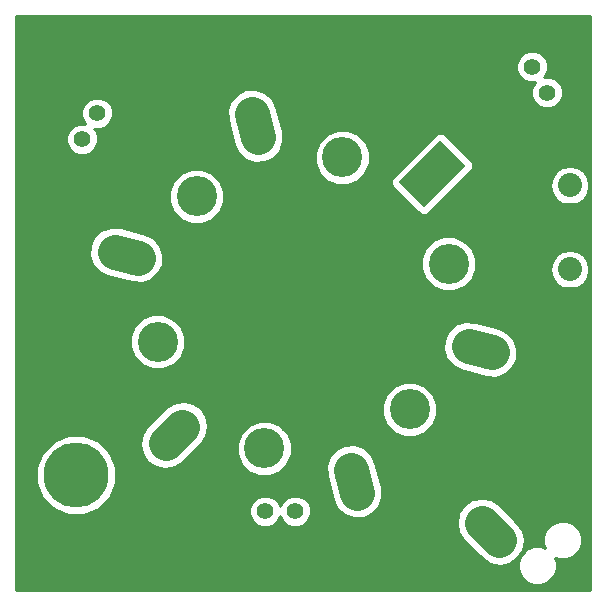
<source format=gbl>
%FSLAX46Y46*%
G04 Gerber Fmt 4.6, Leading zero omitted, Abs format (unit mm)*
G04 Created by KiCad (PCBNEW (2014-jan-25)-product) date Mon 28 Jul 2014 16:56:47 BST*
%MOMM*%
G01*
G04 APERTURE LIST*
%ADD10C,0.100000*%
%ADD11R,3.000000X2.200000*%
%ADD12C,0.400000*%
%ADD13R,2.200000X3.000000*%
%ADD14C,3.000000*%
%ADD15C,3.400000*%
%ADD16C,1.397000*%
%ADD17R,1.397000X1.397000*%
%ADD18C,5.500000*%
%ADD19C,4.500000*%
%ADD20R,2.032000X2.032000*%
%ADD21O,2.032000X2.032000*%
%ADD22C,1.260000*%
%ADD23C,0.500000*%
%ADD24C,0.254000*%
G04 APERTURE END LIST*
D10*
D11*
X113030000Y-108458000D03*
D12*
X114230000Y-109258000D03*
X114230000Y-108458000D03*
X114230000Y-107658000D03*
X113430000Y-107658000D03*
X113430000Y-108458000D03*
X113430000Y-109258000D03*
X112630000Y-109258000D03*
X112630000Y-108458000D03*
X112630000Y-107658000D03*
X111830000Y-107658000D03*
X111830000Y-108458000D03*
X111830000Y-109258000D03*
D13*
X128778000Y-107442000D03*
D12*
X129578000Y-106242000D03*
X128778000Y-106242000D03*
X127978000Y-106242000D03*
X127978000Y-107042000D03*
X128778000Y-107042000D03*
X129578000Y-107042000D03*
X129578000Y-107842000D03*
X128778000Y-107842000D03*
X127978000Y-107842000D03*
X127978000Y-108642000D03*
X128778000Y-108642000D03*
X129578000Y-108642000D03*
D13*
X121666000Y-146558000D03*
D12*
X122466000Y-145358000D03*
X121666000Y-145358000D03*
X120866000Y-145358000D03*
X120866000Y-146158000D03*
X121666000Y-146158000D03*
X122466000Y-146158000D03*
X122466000Y-146958000D03*
X121666000Y-146958000D03*
X120866000Y-146958000D03*
X120866000Y-147758000D03*
X121666000Y-147758000D03*
X122466000Y-147758000D03*
D10*
G36*
X133093573Y-114785107D02*
X136629107Y-111249573D01*
X138750427Y-113370893D01*
X135214893Y-116906427D01*
X133093573Y-114785107D01*
X133093573Y-114785107D01*
G37*
D14*
X120677181Y-109048074D02*
X121194819Y-110979926D01*
X109048074Y-120677181D02*
X110979926Y-121194819D01*
X114785107Y-135468893D02*
X113370893Y-136883107D01*
X129059181Y-139147074D02*
X129576819Y-141078926D01*
X139020074Y-128678181D02*
X140951926Y-129195819D01*
D15*
X128302000Y-112681000D03*
X137319000Y-121698000D03*
X134017000Y-134017000D03*
X121698000Y-137319000D03*
X112681000Y-128302000D03*
X115983000Y-115983000D03*
D10*
G36*
X105275669Y-114301874D02*
X104065831Y-113603374D01*
X104764331Y-112393536D01*
X105974169Y-113092036D01*
X105275669Y-114301874D01*
X105275669Y-114301874D01*
G37*
D16*
X106290000Y-111148000D03*
X107560000Y-108948295D03*
D10*
G36*
X142165831Y-102544626D02*
X143375669Y-101846126D01*
X144074169Y-103055964D01*
X142864331Y-103754464D01*
X142165831Y-102544626D01*
X142165831Y-102544626D01*
G37*
D16*
X144390000Y-105000000D03*
X145660000Y-107199705D03*
D17*
X119244000Y-142644000D03*
D16*
X121784000Y-142644000D03*
X124324000Y-142644000D03*
D18*
X105791000Y-139595860D03*
D19*
X105791000Y-145595340D03*
X110490000Y-142595600D03*
D20*
X147574000Y-124714000D03*
D21*
X147574000Y-122174000D03*
D20*
X147574000Y-117602000D03*
D21*
X147574000Y-115062000D03*
D10*
G36*
X143313537Y-138392929D02*
X146849071Y-141928463D01*
X144727751Y-144049783D01*
X141192217Y-140514249D01*
X143313537Y-138392929D01*
X143313537Y-138392929D01*
G37*
D14*
X141584661Y-145071553D02*
X140170447Y-143657339D01*
D22*
X147500000Y-132500000D03*
X130000000Y-102500000D03*
X125000000Y-102500000D03*
X120000000Y-102500000D03*
X107500000Y-102500000D03*
X102500000Y-102500000D03*
X102500000Y-120000000D03*
X102500000Y-130000000D03*
X124587000Y-111760000D03*
X120000000Y-117500000D03*
X115000000Y-122500000D03*
X135000000Y-147500000D03*
X140000000Y-132500000D03*
X120000000Y-127500000D03*
X130000000Y-132500000D03*
X125000000Y-132500000D03*
X127500000Y-117500000D03*
X132500000Y-120000000D03*
X132500000Y-125000000D03*
X125000000Y-122500000D03*
X140000000Y-117500000D03*
X140000000Y-110000000D03*
X128905000Y-145542000D03*
X117856000Y-112903000D03*
X135890000Y-106426000D03*
X110490000Y-111760000D03*
D23*
X144020644Y-141221356D02*
X144020644Y-140979356D01*
X144020644Y-140979356D02*
X147500000Y-137500000D01*
X147500000Y-137500000D02*
X147500000Y-132500000D01*
X105020000Y-113347705D02*
X103347705Y-113347705D01*
X125000000Y-102500000D02*
X130000000Y-102500000D01*
X107500000Y-102500000D02*
X120000000Y-102500000D01*
X102500000Y-112500000D02*
X102500000Y-102500000D01*
X103347705Y-113347705D02*
X102500000Y-112500000D01*
X112500000Y-125000000D02*
X107500000Y-125000000D01*
X107500000Y-125000000D02*
X102500000Y-120000000D01*
X115000000Y-122500000D02*
X120000000Y-117500000D01*
X115000000Y-122500000D02*
X112500000Y-125000000D01*
X130000000Y-132500000D02*
X132500000Y-130000000D01*
X132500000Y-145000000D02*
X132500000Y-137500000D01*
X132500000Y-137500000D02*
X130000000Y-135000000D01*
X130000000Y-135000000D02*
X130000000Y-132500000D01*
X124058000Y-146558000D02*
X121666000Y-146558000D01*
X125000000Y-147500000D02*
X135000000Y-147500000D01*
X124058000Y-146558000D02*
X125000000Y-147500000D01*
X135000000Y-147500000D02*
X132500000Y-145000000D01*
X140000000Y-132500000D02*
X137500000Y-132500000D01*
X135000000Y-130000000D02*
X137500000Y-132500000D01*
X132500000Y-130000000D02*
X135000000Y-130000000D01*
X120000000Y-127500000D02*
X125000000Y-132500000D01*
X127500000Y-117500000D02*
X130000000Y-120000000D01*
X130000000Y-120000000D02*
X132500000Y-120000000D01*
X132500000Y-125000000D02*
X130000000Y-122500000D01*
X130000000Y-122500000D02*
X125000000Y-122500000D01*
X140000000Y-117500000D02*
X140000000Y-110000000D01*
D24*
G36*
X149315000Y-149315000D02*
X149225000Y-149315000D01*
X149225000Y-122206345D01*
X149225000Y-122141655D01*
X149225000Y-115094345D01*
X149225000Y-115029655D01*
X149099325Y-114397845D01*
X148741433Y-113862222D01*
X148205810Y-113504330D01*
X147574000Y-113378655D01*
X146993731Y-113494077D01*
X146993731Y-106935619D01*
X146791146Y-106445325D01*
X146416353Y-106069878D01*
X145926413Y-105866437D01*
X145410002Y-105865986D01*
X145519827Y-105756353D01*
X145723268Y-105266413D01*
X145723731Y-104735914D01*
X145521146Y-104245620D01*
X145146353Y-103870173D01*
X144656413Y-103666732D01*
X144125914Y-103666269D01*
X143635620Y-103868854D01*
X143260173Y-104243647D01*
X143056732Y-104733587D01*
X143056269Y-105264086D01*
X143258854Y-105754380D01*
X143633647Y-106129827D01*
X144123587Y-106333268D01*
X144639997Y-106333718D01*
X144530173Y-106443352D01*
X144326732Y-106933292D01*
X144326269Y-107463791D01*
X144528854Y-107954085D01*
X144903647Y-108329532D01*
X145393587Y-108532973D01*
X145924086Y-108533436D01*
X146414380Y-108330851D01*
X146789827Y-107956058D01*
X146993268Y-107466118D01*
X146993731Y-106935619D01*
X146993731Y-113494077D01*
X146942190Y-113504330D01*
X146406567Y-113862222D01*
X146048675Y-114397845D01*
X145923000Y-115029655D01*
X145923000Y-115094345D01*
X146048675Y-115726155D01*
X146406567Y-116261778D01*
X146942190Y-116619670D01*
X147574000Y-116745345D01*
X148205810Y-116619670D01*
X148741433Y-116261778D01*
X149099325Y-115726155D01*
X149225000Y-115094345D01*
X149225000Y-122141655D01*
X149099325Y-121509845D01*
X148741433Y-120974222D01*
X148205810Y-120616330D01*
X147574000Y-120490655D01*
X146942190Y-120616330D01*
X146406567Y-120974222D01*
X146048675Y-121509845D01*
X145923000Y-122141655D01*
X145923000Y-122206345D01*
X146048675Y-122838155D01*
X146406567Y-123373778D01*
X146942190Y-123731670D01*
X147574000Y-123857345D01*
X148205810Y-123731670D01*
X148741433Y-123373778D01*
X149099325Y-122838155D01*
X149225000Y-122206345D01*
X149225000Y-149315000D01*
X148619412Y-149315000D01*
X148619412Y-144759072D01*
X148371022Y-144157924D01*
X147911491Y-143697589D01*
X147310776Y-143448151D01*
X146660333Y-143447583D01*
X146059185Y-143695973D01*
X145598850Y-144155504D01*
X145349412Y-144756219D01*
X145348844Y-145406662D01*
X145487016Y-145741062D01*
X145155515Y-145603412D01*
X144505072Y-145602844D01*
X143903924Y-145851234D01*
X143763090Y-145991822D01*
X143763090Y-145114982D01*
X143600573Y-144297952D01*
X143137763Y-143605309D01*
X143127986Y-143595532D01*
X143127986Y-128933041D01*
X142860215Y-128144215D01*
X142310957Y-127517905D01*
X141563830Y-127149463D01*
X139654404Y-126637834D01*
X139654404Y-121235578D01*
X139385427Y-120584602D01*
X139385427Y-113497203D01*
X139385427Y-113244584D01*
X139288755Y-113011195D01*
X139110126Y-112832566D01*
X136988806Y-110711246D01*
X136755417Y-110614573D01*
X136502798Y-110614573D01*
X136269409Y-110711245D01*
X136090780Y-110889874D01*
X132555246Y-114425408D01*
X132458573Y-114658797D01*
X132458573Y-114911416D01*
X132555245Y-115144805D01*
X132733874Y-115323434D01*
X134855194Y-117444754D01*
X135088583Y-117541427D01*
X135341202Y-117541427D01*
X135574591Y-117444755D01*
X135753220Y-117266126D01*
X139288754Y-113730592D01*
X139385427Y-113497203D01*
X139385427Y-120584602D01*
X139299671Y-120377057D01*
X138643398Y-119719638D01*
X137785498Y-119363407D01*
X136856578Y-119362596D01*
X135998057Y-119717329D01*
X135340638Y-120373602D01*
X134984407Y-121231502D01*
X134983596Y-122160422D01*
X135338329Y-123018943D01*
X135994602Y-123676362D01*
X136852502Y-124032593D01*
X137781422Y-124033404D01*
X138639943Y-123678671D01*
X139297362Y-123022398D01*
X139653593Y-122164498D01*
X139654404Y-121235578D01*
X139654404Y-126637834D01*
X139513327Y-126600033D01*
X138682075Y-126545550D01*
X137893249Y-126813321D01*
X137266939Y-127362580D01*
X136898497Y-128109707D01*
X136844014Y-128940959D01*
X137111785Y-129729785D01*
X137661044Y-130356095D01*
X138408171Y-130724537D01*
X140458673Y-131273967D01*
X141289925Y-131328450D01*
X142078752Y-131060679D01*
X142705061Y-130511420D01*
X143073503Y-129764293D01*
X143127986Y-128933041D01*
X143127986Y-143595532D01*
X141636691Y-142104237D01*
X140944047Y-141641427D01*
X140127018Y-141478910D01*
X139309989Y-141641427D01*
X138617345Y-142104237D01*
X138154535Y-142796881D01*
X137992018Y-143613910D01*
X138154535Y-144430939D01*
X138617345Y-145123583D01*
X140118417Y-146624655D01*
X140811060Y-147087465D01*
X141628090Y-147249982D01*
X142445119Y-147087465D01*
X143137763Y-146624655D01*
X143600573Y-145932011D01*
X143763090Y-145114982D01*
X143763090Y-145991822D01*
X143443589Y-146310765D01*
X143194151Y-146911480D01*
X143193583Y-147561923D01*
X143441973Y-148163071D01*
X143901504Y-148623406D01*
X144502219Y-148872844D01*
X145152662Y-148873412D01*
X145753810Y-148625022D01*
X146214145Y-148165491D01*
X146463583Y-147564776D01*
X146464151Y-146914333D01*
X146325978Y-146579932D01*
X146657480Y-146717583D01*
X147307923Y-146718151D01*
X147909071Y-146469761D01*
X148369406Y-146010230D01*
X148618844Y-145409515D01*
X148619412Y-144759072D01*
X148619412Y-149315000D01*
X136352404Y-149315000D01*
X136352404Y-133554578D01*
X135997671Y-132696057D01*
X135341398Y-132038638D01*
X134483498Y-131682407D01*
X133554578Y-131681596D01*
X132696057Y-132036329D01*
X132038638Y-132692602D01*
X131682407Y-133550502D01*
X131681596Y-134479422D01*
X132036329Y-135337943D01*
X132692602Y-135995362D01*
X133550502Y-136351593D01*
X134479422Y-136352404D01*
X135337943Y-135997671D01*
X135995362Y-135341398D01*
X136351593Y-134483498D01*
X136352404Y-133554578D01*
X136352404Y-149315000D01*
X131709450Y-149315000D01*
X131709450Y-141416925D01*
X131654967Y-140585673D01*
X131105537Y-138535171D01*
X130737095Y-137788044D01*
X130637404Y-137700617D01*
X130637404Y-112218578D01*
X130282671Y-111360057D01*
X129626398Y-110702638D01*
X128768498Y-110346407D01*
X127839578Y-110345596D01*
X126981057Y-110700329D01*
X126323638Y-111356602D01*
X125967407Y-112214502D01*
X125966596Y-113143422D01*
X126321329Y-114001943D01*
X126977602Y-114659362D01*
X127835502Y-115015593D01*
X128764422Y-115016404D01*
X129622943Y-114661671D01*
X130280362Y-114005398D01*
X130636593Y-113147498D01*
X130637404Y-112218578D01*
X130637404Y-137700617D01*
X130110785Y-137238785D01*
X129321959Y-136971014D01*
X128490707Y-137025497D01*
X127743580Y-137393939D01*
X127194321Y-138020249D01*
X126926550Y-138809075D01*
X126981033Y-139640327D01*
X127530463Y-141690830D01*
X127898905Y-142437957D01*
X128525215Y-142987215D01*
X129314041Y-143254986D01*
X130145293Y-143200503D01*
X130892420Y-142832061D01*
X131441679Y-142205752D01*
X131709450Y-141416925D01*
X131709450Y-149315000D01*
X125657731Y-149315000D01*
X125657731Y-142379914D01*
X125455146Y-141889620D01*
X125080353Y-141514173D01*
X124590413Y-141310732D01*
X124059914Y-141310269D01*
X124033404Y-141321222D01*
X124033404Y-136856578D01*
X123678671Y-135998057D01*
X123327450Y-135646222D01*
X123327450Y-111317925D01*
X123272967Y-110486673D01*
X122723537Y-108436171D01*
X122355095Y-107689044D01*
X121728785Y-107139785D01*
X120939959Y-106872014D01*
X120108707Y-106926497D01*
X119361580Y-107294939D01*
X118812321Y-107921249D01*
X118544550Y-108710075D01*
X118599033Y-109541327D01*
X119148463Y-111591830D01*
X119516905Y-112338957D01*
X120143215Y-112888215D01*
X120932041Y-113155986D01*
X121763293Y-113101503D01*
X122510420Y-112733061D01*
X123059679Y-112106752D01*
X123327450Y-111317925D01*
X123327450Y-135646222D01*
X123022398Y-135340638D01*
X122164498Y-134984407D01*
X121235578Y-134983596D01*
X120377057Y-135338329D01*
X119719638Y-135994602D01*
X119363407Y-136852502D01*
X119362596Y-137781422D01*
X119717329Y-138639943D01*
X120373602Y-139297362D01*
X121231502Y-139653593D01*
X122160422Y-139654404D01*
X123018943Y-139299671D01*
X123676362Y-138643398D01*
X124032593Y-137785498D01*
X124033404Y-136856578D01*
X124033404Y-141321222D01*
X123569620Y-141512854D01*
X123194173Y-141887647D01*
X123053906Y-142225446D01*
X122915146Y-141889620D01*
X122540353Y-141514173D01*
X122050413Y-141310732D01*
X121519914Y-141310269D01*
X121029620Y-141512854D01*
X120654173Y-141887647D01*
X120450732Y-142377587D01*
X120450269Y-142908086D01*
X120652854Y-143398380D01*
X121027647Y-143773827D01*
X121517587Y-143977268D01*
X122048086Y-143977731D01*
X122538380Y-143775146D01*
X122913827Y-143400353D01*
X123054093Y-143062553D01*
X123192854Y-143398380D01*
X123567647Y-143773827D01*
X124057587Y-143977268D01*
X124588086Y-143977731D01*
X125078380Y-143775146D01*
X125453827Y-143400353D01*
X125657268Y-142910413D01*
X125657731Y-142379914D01*
X125657731Y-149315000D01*
X118318404Y-149315000D01*
X118318404Y-115520578D01*
X117963671Y-114662057D01*
X117307398Y-114004638D01*
X116449498Y-113648407D01*
X115520578Y-113647596D01*
X114662057Y-114002329D01*
X114004638Y-114658602D01*
X113648407Y-115516502D01*
X113647596Y-116445422D01*
X114002329Y-117303943D01*
X114658602Y-117961362D01*
X115516502Y-118317593D01*
X116445422Y-118318404D01*
X117303943Y-117963671D01*
X117961362Y-117307398D01*
X118317593Y-116449498D01*
X118318404Y-115520578D01*
X118318404Y-149315000D01*
X116963536Y-149315000D01*
X116963536Y-135425464D01*
X116801019Y-134608435D01*
X116338209Y-133915791D01*
X115645565Y-133452981D01*
X115016404Y-133327833D01*
X115016404Y-127839578D01*
X114661671Y-126981057D01*
X114005398Y-126323638D01*
X113155986Y-125970931D01*
X113155986Y-120932041D01*
X112888215Y-120143215D01*
X112338957Y-119516905D01*
X111591830Y-119148463D01*
X109541327Y-118599033D01*
X108893731Y-118556587D01*
X108893731Y-108684209D01*
X108691146Y-108193915D01*
X108316353Y-107818468D01*
X107826413Y-107615027D01*
X107295914Y-107614564D01*
X106805620Y-107817149D01*
X106430173Y-108191942D01*
X106226732Y-108681882D01*
X106226269Y-109212381D01*
X106428854Y-109702675D01*
X106540702Y-109814718D01*
X106025914Y-109814269D01*
X105535620Y-110016854D01*
X105160173Y-110391647D01*
X104956732Y-110881587D01*
X104956269Y-111412086D01*
X105158854Y-111902380D01*
X105533647Y-112277827D01*
X106023587Y-112481268D01*
X106554086Y-112481731D01*
X107044380Y-112279146D01*
X107419827Y-111904353D01*
X107623268Y-111414413D01*
X107623731Y-110883914D01*
X107421146Y-110393620D01*
X107309297Y-110281576D01*
X107824086Y-110282026D01*
X108314380Y-110079441D01*
X108689827Y-109704648D01*
X108893268Y-109214708D01*
X108893731Y-108684209D01*
X108893731Y-118556587D01*
X108710075Y-118544550D01*
X107921249Y-118812321D01*
X107294939Y-119361580D01*
X106926497Y-120108707D01*
X106872014Y-120939959D01*
X107139785Y-121728785D01*
X107689044Y-122355095D01*
X108436171Y-122723537D01*
X110486673Y-123272967D01*
X111317925Y-123327450D01*
X112106752Y-123059679D01*
X112733061Y-122510420D01*
X113101503Y-121763293D01*
X113155986Y-120932041D01*
X113155986Y-125970931D01*
X113147498Y-125967407D01*
X112218578Y-125966596D01*
X111360057Y-126321329D01*
X110702638Y-126977602D01*
X110346407Y-127835502D01*
X110345596Y-128764422D01*
X110700329Y-129622943D01*
X111356602Y-130280362D01*
X112214502Y-130636593D01*
X113143422Y-130637404D01*
X114001943Y-130282671D01*
X114659362Y-129626398D01*
X115015593Y-128768498D01*
X115016404Y-127839578D01*
X115016404Y-133327833D01*
X114828536Y-133290464D01*
X114011506Y-133452981D01*
X113318863Y-133915791D01*
X111817791Y-135416863D01*
X111354981Y-136109507D01*
X111192464Y-136926536D01*
X111354981Y-137743565D01*
X111817791Y-138436209D01*
X112510435Y-138899019D01*
X113327464Y-139061536D01*
X114144493Y-138899019D01*
X114837137Y-138436209D01*
X116338209Y-136935137D01*
X116801019Y-136242494D01*
X116963536Y-135425464D01*
X116963536Y-149315000D01*
X109176586Y-149315000D01*
X109176586Y-138925496D01*
X108662337Y-137680917D01*
X107710952Y-136727870D01*
X106467272Y-136211449D01*
X105120636Y-136210274D01*
X103876057Y-136724523D01*
X102923010Y-137675908D01*
X102406589Y-138919588D01*
X102405414Y-140266224D01*
X102919663Y-141510803D01*
X103871048Y-142463850D01*
X105114728Y-142980271D01*
X106461364Y-142981446D01*
X107705943Y-142467197D01*
X108658990Y-141515812D01*
X109175411Y-140272132D01*
X109176586Y-138925496D01*
X109176586Y-149315000D01*
X100685000Y-149315000D01*
X100685000Y-100685000D01*
X149315000Y-100685000D01*
X149315000Y-149315000D01*
X149315000Y-149315000D01*
G37*
X149315000Y-149315000D02*
X149225000Y-149315000D01*
X149225000Y-122206345D01*
X149225000Y-122141655D01*
X149225000Y-115094345D01*
X149225000Y-115029655D01*
X149099325Y-114397845D01*
X148741433Y-113862222D01*
X148205810Y-113504330D01*
X147574000Y-113378655D01*
X146993731Y-113494077D01*
X146993731Y-106935619D01*
X146791146Y-106445325D01*
X146416353Y-106069878D01*
X145926413Y-105866437D01*
X145410002Y-105865986D01*
X145519827Y-105756353D01*
X145723268Y-105266413D01*
X145723731Y-104735914D01*
X145521146Y-104245620D01*
X145146353Y-103870173D01*
X144656413Y-103666732D01*
X144125914Y-103666269D01*
X143635620Y-103868854D01*
X143260173Y-104243647D01*
X143056732Y-104733587D01*
X143056269Y-105264086D01*
X143258854Y-105754380D01*
X143633647Y-106129827D01*
X144123587Y-106333268D01*
X144639997Y-106333718D01*
X144530173Y-106443352D01*
X144326732Y-106933292D01*
X144326269Y-107463791D01*
X144528854Y-107954085D01*
X144903647Y-108329532D01*
X145393587Y-108532973D01*
X145924086Y-108533436D01*
X146414380Y-108330851D01*
X146789827Y-107956058D01*
X146993268Y-107466118D01*
X146993731Y-106935619D01*
X146993731Y-113494077D01*
X146942190Y-113504330D01*
X146406567Y-113862222D01*
X146048675Y-114397845D01*
X145923000Y-115029655D01*
X145923000Y-115094345D01*
X146048675Y-115726155D01*
X146406567Y-116261778D01*
X146942190Y-116619670D01*
X147574000Y-116745345D01*
X148205810Y-116619670D01*
X148741433Y-116261778D01*
X149099325Y-115726155D01*
X149225000Y-115094345D01*
X149225000Y-122141655D01*
X149099325Y-121509845D01*
X148741433Y-120974222D01*
X148205810Y-120616330D01*
X147574000Y-120490655D01*
X146942190Y-120616330D01*
X146406567Y-120974222D01*
X146048675Y-121509845D01*
X145923000Y-122141655D01*
X145923000Y-122206345D01*
X146048675Y-122838155D01*
X146406567Y-123373778D01*
X146942190Y-123731670D01*
X147574000Y-123857345D01*
X148205810Y-123731670D01*
X148741433Y-123373778D01*
X149099325Y-122838155D01*
X149225000Y-122206345D01*
X149225000Y-149315000D01*
X148619412Y-149315000D01*
X148619412Y-144759072D01*
X148371022Y-144157924D01*
X147911491Y-143697589D01*
X147310776Y-143448151D01*
X146660333Y-143447583D01*
X146059185Y-143695973D01*
X145598850Y-144155504D01*
X145349412Y-144756219D01*
X145348844Y-145406662D01*
X145487016Y-145741062D01*
X145155515Y-145603412D01*
X144505072Y-145602844D01*
X143903924Y-145851234D01*
X143763090Y-145991822D01*
X143763090Y-145114982D01*
X143600573Y-144297952D01*
X143137763Y-143605309D01*
X143127986Y-143595532D01*
X143127986Y-128933041D01*
X142860215Y-128144215D01*
X142310957Y-127517905D01*
X141563830Y-127149463D01*
X139654404Y-126637834D01*
X139654404Y-121235578D01*
X139385427Y-120584602D01*
X139385427Y-113497203D01*
X139385427Y-113244584D01*
X139288755Y-113011195D01*
X139110126Y-112832566D01*
X136988806Y-110711246D01*
X136755417Y-110614573D01*
X136502798Y-110614573D01*
X136269409Y-110711245D01*
X136090780Y-110889874D01*
X132555246Y-114425408D01*
X132458573Y-114658797D01*
X132458573Y-114911416D01*
X132555245Y-115144805D01*
X132733874Y-115323434D01*
X134855194Y-117444754D01*
X135088583Y-117541427D01*
X135341202Y-117541427D01*
X135574591Y-117444755D01*
X135753220Y-117266126D01*
X139288754Y-113730592D01*
X139385427Y-113497203D01*
X139385427Y-120584602D01*
X139299671Y-120377057D01*
X138643398Y-119719638D01*
X137785498Y-119363407D01*
X136856578Y-119362596D01*
X135998057Y-119717329D01*
X135340638Y-120373602D01*
X134984407Y-121231502D01*
X134983596Y-122160422D01*
X135338329Y-123018943D01*
X135994602Y-123676362D01*
X136852502Y-124032593D01*
X137781422Y-124033404D01*
X138639943Y-123678671D01*
X139297362Y-123022398D01*
X139653593Y-122164498D01*
X139654404Y-121235578D01*
X139654404Y-126637834D01*
X139513327Y-126600033D01*
X138682075Y-126545550D01*
X137893249Y-126813321D01*
X137266939Y-127362580D01*
X136898497Y-128109707D01*
X136844014Y-128940959D01*
X137111785Y-129729785D01*
X137661044Y-130356095D01*
X138408171Y-130724537D01*
X140458673Y-131273967D01*
X141289925Y-131328450D01*
X142078752Y-131060679D01*
X142705061Y-130511420D01*
X143073503Y-129764293D01*
X143127986Y-128933041D01*
X143127986Y-143595532D01*
X141636691Y-142104237D01*
X140944047Y-141641427D01*
X140127018Y-141478910D01*
X139309989Y-141641427D01*
X138617345Y-142104237D01*
X138154535Y-142796881D01*
X137992018Y-143613910D01*
X138154535Y-144430939D01*
X138617345Y-145123583D01*
X140118417Y-146624655D01*
X140811060Y-147087465D01*
X141628090Y-147249982D01*
X142445119Y-147087465D01*
X143137763Y-146624655D01*
X143600573Y-145932011D01*
X143763090Y-145114982D01*
X143763090Y-145991822D01*
X143443589Y-146310765D01*
X143194151Y-146911480D01*
X143193583Y-147561923D01*
X143441973Y-148163071D01*
X143901504Y-148623406D01*
X144502219Y-148872844D01*
X145152662Y-148873412D01*
X145753810Y-148625022D01*
X146214145Y-148165491D01*
X146463583Y-147564776D01*
X146464151Y-146914333D01*
X146325978Y-146579932D01*
X146657480Y-146717583D01*
X147307923Y-146718151D01*
X147909071Y-146469761D01*
X148369406Y-146010230D01*
X148618844Y-145409515D01*
X148619412Y-144759072D01*
X148619412Y-149315000D01*
X136352404Y-149315000D01*
X136352404Y-133554578D01*
X135997671Y-132696057D01*
X135341398Y-132038638D01*
X134483498Y-131682407D01*
X133554578Y-131681596D01*
X132696057Y-132036329D01*
X132038638Y-132692602D01*
X131682407Y-133550502D01*
X131681596Y-134479422D01*
X132036329Y-135337943D01*
X132692602Y-135995362D01*
X133550502Y-136351593D01*
X134479422Y-136352404D01*
X135337943Y-135997671D01*
X135995362Y-135341398D01*
X136351593Y-134483498D01*
X136352404Y-133554578D01*
X136352404Y-149315000D01*
X131709450Y-149315000D01*
X131709450Y-141416925D01*
X131654967Y-140585673D01*
X131105537Y-138535171D01*
X130737095Y-137788044D01*
X130637404Y-137700617D01*
X130637404Y-112218578D01*
X130282671Y-111360057D01*
X129626398Y-110702638D01*
X128768498Y-110346407D01*
X127839578Y-110345596D01*
X126981057Y-110700329D01*
X126323638Y-111356602D01*
X125967407Y-112214502D01*
X125966596Y-113143422D01*
X126321329Y-114001943D01*
X126977602Y-114659362D01*
X127835502Y-115015593D01*
X128764422Y-115016404D01*
X129622943Y-114661671D01*
X130280362Y-114005398D01*
X130636593Y-113147498D01*
X130637404Y-112218578D01*
X130637404Y-137700617D01*
X130110785Y-137238785D01*
X129321959Y-136971014D01*
X128490707Y-137025497D01*
X127743580Y-137393939D01*
X127194321Y-138020249D01*
X126926550Y-138809075D01*
X126981033Y-139640327D01*
X127530463Y-141690830D01*
X127898905Y-142437957D01*
X128525215Y-142987215D01*
X129314041Y-143254986D01*
X130145293Y-143200503D01*
X130892420Y-142832061D01*
X131441679Y-142205752D01*
X131709450Y-141416925D01*
X131709450Y-149315000D01*
X125657731Y-149315000D01*
X125657731Y-142379914D01*
X125455146Y-141889620D01*
X125080353Y-141514173D01*
X124590413Y-141310732D01*
X124059914Y-141310269D01*
X124033404Y-141321222D01*
X124033404Y-136856578D01*
X123678671Y-135998057D01*
X123327450Y-135646222D01*
X123327450Y-111317925D01*
X123272967Y-110486673D01*
X122723537Y-108436171D01*
X122355095Y-107689044D01*
X121728785Y-107139785D01*
X120939959Y-106872014D01*
X120108707Y-106926497D01*
X119361580Y-107294939D01*
X118812321Y-107921249D01*
X118544550Y-108710075D01*
X118599033Y-109541327D01*
X119148463Y-111591830D01*
X119516905Y-112338957D01*
X120143215Y-112888215D01*
X120932041Y-113155986D01*
X121763293Y-113101503D01*
X122510420Y-112733061D01*
X123059679Y-112106752D01*
X123327450Y-111317925D01*
X123327450Y-135646222D01*
X123022398Y-135340638D01*
X122164498Y-134984407D01*
X121235578Y-134983596D01*
X120377057Y-135338329D01*
X119719638Y-135994602D01*
X119363407Y-136852502D01*
X119362596Y-137781422D01*
X119717329Y-138639943D01*
X120373602Y-139297362D01*
X121231502Y-139653593D01*
X122160422Y-139654404D01*
X123018943Y-139299671D01*
X123676362Y-138643398D01*
X124032593Y-137785498D01*
X124033404Y-136856578D01*
X124033404Y-141321222D01*
X123569620Y-141512854D01*
X123194173Y-141887647D01*
X123053906Y-142225446D01*
X122915146Y-141889620D01*
X122540353Y-141514173D01*
X122050413Y-141310732D01*
X121519914Y-141310269D01*
X121029620Y-141512854D01*
X120654173Y-141887647D01*
X120450732Y-142377587D01*
X120450269Y-142908086D01*
X120652854Y-143398380D01*
X121027647Y-143773827D01*
X121517587Y-143977268D01*
X122048086Y-143977731D01*
X122538380Y-143775146D01*
X122913827Y-143400353D01*
X123054093Y-143062553D01*
X123192854Y-143398380D01*
X123567647Y-143773827D01*
X124057587Y-143977268D01*
X124588086Y-143977731D01*
X125078380Y-143775146D01*
X125453827Y-143400353D01*
X125657268Y-142910413D01*
X125657731Y-142379914D01*
X125657731Y-149315000D01*
X118318404Y-149315000D01*
X118318404Y-115520578D01*
X117963671Y-114662057D01*
X117307398Y-114004638D01*
X116449498Y-113648407D01*
X115520578Y-113647596D01*
X114662057Y-114002329D01*
X114004638Y-114658602D01*
X113648407Y-115516502D01*
X113647596Y-116445422D01*
X114002329Y-117303943D01*
X114658602Y-117961362D01*
X115516502Y-118317593D01*
X116445422Y-118318404D01*
X117303943Y-117963671D01*
X117961362Y-117307398D01*
X118317593Y-116449498D01*
X118318404Y-115520578D01*
X118318404Y-149315000D01*
X116963536Y-149315000D01*
X116963536Y-135425464D01*
X116801019Y-134608435D01*
X116338209Y-133915791D01*
X115645565Y-133452981D01*
X115016404Y-133327833D01*
X115016404Y-127839578D01*
X114661671Y-126981057D01*
X114005398Y-126323638D01*
X113155986Y-125970931D01*
X113155986Y-120932041D01*
X112888215Y-120143215D01*
X112338957Y-119516905D01*
X111591830Y-119148463D01*
X109541327Y-118599033D01*
X108893731Y-118556587D01*
X108893731Y-108684209D01*
X108691146Y-108193915D01*
X108316353Y-107818468D01*
X107826413Y-107615027D01*
X107295914Y-107614564D01*
X106805620Y-107817149D01*
X106430173Y-108191942D01*
X106226732Y-108681882D01*
X106226269Y-109212381D01*
X106428854Y-109702675D01*
X106540702Y-109814718D01*
X106025914Y-109814269D01*
X105535620Y-110016854D01*
X105160173Y-110391647D01*
X104956732Y-110881587D01*
X104956269Y-111412086D01*
X105158854Y-111902380D01*
X105533647Y-112277827D01*
X106023587Y-112481268D01*
X106554086Y-112481731D01*
X107044380Y-112279146D01*
X107419827Y-111904353D01*
X107623268Y-111414413D01*
X107623731Y-110883914D01*
X107421146Y-110393620D01*
X107309297Y-110281576D01*
X107824086Y-110282026D01*
X108314380Y-110079441D01*
X108689827Y-109704648D01*
X108893268Y-109214708D01*
X108893731Y-108684209D01*
X108893731Y-118556587D01*
X108710075Y-118544550D01*
X107921249Y-118812321D01*
X107294939Y-119361580D01*
X106926497Y-120108707D01*
X106872014Y-120939959D01*
X107139785Y-121728785D01*
X107689044Y-122355095D01*
X108436171Y-122723537D01*
X110486673Y-123272967D01*
X111317925Y-123327450D01*
X112106752Y-123059679D01*
X112733061Y-122510420D01*
X113101503Y-121763293D01*
X113155986Y-120932041D01*
X113155986Y-125970931D01*
X113147498Y-125967407D01*
X112218578Y-125966596D01*
X111360057Y-126321329D01*
X110702638Y-126977602D01*
X110346407Y-127835502D01*
X110345596Y-128764422D01*
X110700329Y-129622943D01*
X111356602Y-130280362D01*
X112214502Y-130636593D01*
X113143422Y-130637404D01*
X114001943Y-130282671D01*
X114659362Y-129626398D01*
X115015593Y-128768498D01*
X115016404Y-127839578D01*
X115016404Y-133327833D01*
X114828536Y-133290464D01*
X114011506Y-133452981D01*
X113318863Y-133915791D01*
X111817791Y-135416863D01*
X111354981Y-136109507D01*
X111192464Y-136926536D01*
X111354981Y-137743565D01*
X111817791Y-138436209D01*
X112510435Y-138899019D01*
X113327464Y-139061536D01*
X114144493Y-138899019D01*
X114837137Y-138436209D01*
X116338209Y-136935137D01*
X116801019Y-136242494D01*
X116963536Y-135425464D01*
X116963536Y-149315000D01*
X109176586Y-149315000D01*
X109176586Y-138925496D01*
X108662337Y-137680917D01*
X107710952Y-136727870D01*
X106467272Y-136211449D01*
X105120636Y-136210274D01*
X103876057Y-136724523D01*
X102923010Y-137675908D01*
X102406589Y-138919588D01*
X102405414Y-140266224D01*
X102919663Y-141510803D01*
X103871048Y-142463850D01*
X105114728Y-142980271D01*
X106461364Y-142981446D01*
X107705943Y-142467197D01*
X108658990Y-141515812D01*
X109175411Y-140272132D01*
X109176586Y-138925496D01*
X109176586Y-149315000D01*
X100685000Y-149315000D01*
X100685000Y-100685000D01*
X149315000Y-100685000D01*
X149315000Y-149315000D01*
M02*

</source>
